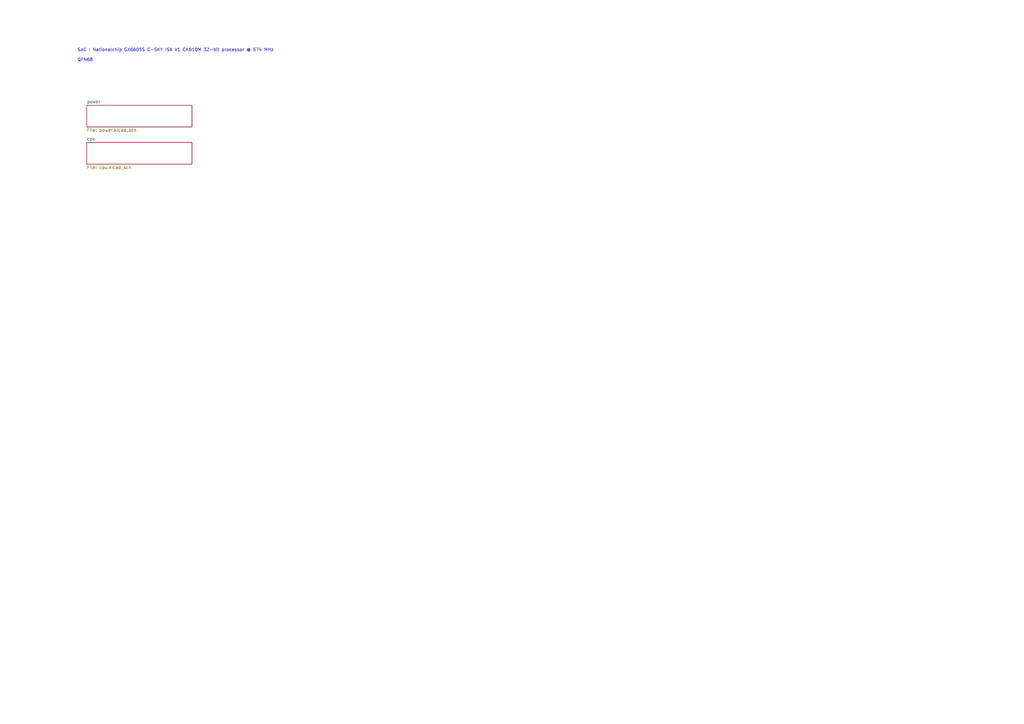
<source format=kicad_sch>
(kicad_sch (version 20230121) (generator eeschema)
  (paper "A3")
  (title_block (title "aria") (date "03-10-2023") (rev "0.91(alpha)") (company "kernelspace") (comment 1 "Small, cheap and quite performant Linux embedded core board"))
  (lib_symbols)
  (text "SoC : Nationalchip GX6605S C-SKY ISA V1 CK610M 32-bit processor @ 574 MHz\n\nQFN68" (at 31.75 25.4 0) (effects (font (size 1.27 1.27)) (justify left bottom)))
  (sheet (at 35.56 43.18) (size 43.18 8.89) (stroke (width 0.1524))
    (property "Sheetname" "power" (at 35.56 42.4684 0) (effects (justify left bottom)))
    (property "Sheetfile" "power.kicad_sch" (at 35.56 52.6546 0) (effects (justify left top)))
  )
  (sheet (at 35.56 58.42) (size 43.18 8.89) (stroke (width 0.1524))
    (property "Sheetname" "cpu" (at 35.56 57.7084 0) (effects (justify left bottom)))
    (property "Sheetfile" "cpu.kicad_sch" (at 35.56 67.8946 0) (effects (justify left top)))
  )
)
</source>
